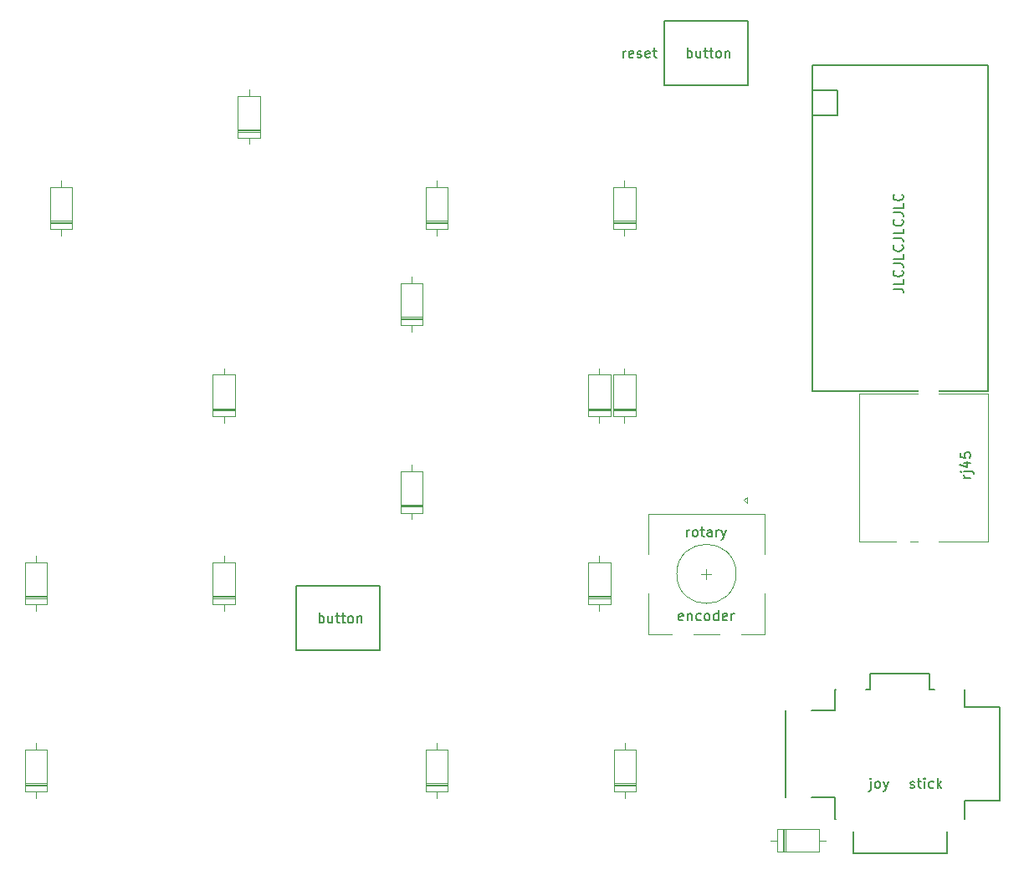
<source format=gto>
G04 #@! TF.GenerationSoftware,KiCad,Pcbnew,(6.0.8)*
G04 #@! TF.CreationDate,2023-05-18T22:35:39+10:00*
G04 #@! TF.ProjectId,shingleback,7368696e-676c-4656-9261-636b2e6b6963,rev?*
G04 #@! TF.SameCoordinates,Original*
G04 #@! TF.FileFunction,Legend,Top*
G04 #@! TF.FilePolarity,Positive*
%FSLAX46Y46*%
G04 Gerber Fmt 4.6, Leading zero omitted, Abs format (unit mm)*
G04 Created by KiCad (PCBNEW (6.0.8)) date 2023-05-18 22:35:39*
%MOMM*%
%LPD*%
G01*
G04 APERTURE LIST*
%ADD10C,0.150000*%
%ADD11C,0.120000*%
%ADD12C,0.127000*%
%ADD13R,1.752600X1.752600*%
%ADD14C,1.752600*%
%ADD15C,0.450000*%
%ADD16C,1.701800*%
%ADD17C,3.987800*%
%ADD18C,2.286000*%
%ADD19R,1.600000X1.600000*%
%ADD20O,1.600000X1.600000*%
%ADD21C,1.500000*%
%ADD22C,2.100000*%
%ADD23R,2.000000X2.000000*%
%ADD24C,2.000000*%
%ADD25R,2.000000X3.200000*%
%ADD26C,1.650000*%
%ADD27C,1.950000*%
%ADD28C,2.400000*%
%ADD29C,4.000000*%
%ADD30C,1.700000*%
%ADD31C,2.200000*%
G04 APERTURE END LIST*
D10*
X154750000Y-31750000D02*
X163250000Y-31750000D01*
X163250000Y-31750000D02*
X163250000Y-25250000D01*
X163250000Y-25250000D02*
X154750000Y-25250000D01*
X154750000Y-25250000D02*
X154750000Y-31750000D01*
X125999999Y-88997945D02*
X117499999Y-88997945D01*
X117499999Y-88997945D02*
X117499999Y-82497945D01*
X117499999Y-82497945D02*
X125999999Y-82497945D01*
X125999999Y-82497945D02*
X125999999Y-88997945D01*
X157107142Y-28952380D02*
X157107142Y-27952380D01*
X157107142Y-28333333D02*
X157202380Y-28285714D01*
X157392857Y-28285714D01*
X157488095Y-28333333D01*
X157535714Y-28380952D01*
X157583333Y-28476190D01*
X157583333Y-28761904D01*
X157535714Y-28857142D01*
X157488095Y-28904761D01*
X157392857Y-28952380D01*
X157202380Y-28952380D01*
X157107142Y-28904761D01*
X158440476Y-28285714D02*
X158440476Y-28952380D01*
X158011904Y-28285714D02*
X158011904Y-28809523D01*
X158059523Y-28904761D01*
X158154761Y-28952380D01*
X158297619Y-28952380D01*
X158392857Y-28904761D01*
X158440476Y-28857142D01*
X158773809Y-28285714D02*
X159154761Y-28285714D01*
X158916666Y-27952380D02*
X158916666Y-28809523D01*
X158964285Y-28904761D01*
X159059523Y-28952380D01*
X159154761Y-28952380D01*
X159345238Y-28285714D02*
X159726190Y-28285714D01*
X159488095Y-27952380D02*
X159488095Y-28809523D01*
X159535714Y-28904761D01*
X159630952Y-28952380D01*
X159726190Y-28952380D01*
X160202380Y-28952380D02*
X160107142Y-28904761D01*
X160059523Y-28857142D01*
X160011904Y-28761904D01*
X160011904Y-28476190D01*
X160059523Y-28380952D01*
X160107142Y-28333333D01*
X160202380Y-28285714D01*
X160345238Y-28285714D01*
X160440476Y-28333333D01*
X160488095Y-28380952D01*
X160535714Y-28476190D01*
X160535714Y-28761904D01*
X160488095Y-28857142D01*
X160440476Y-28904761D01*
X160345238Y-28952380D01*
X160202380Y-28952380D01*
X160964285Y-28285714D02*
X160964285Y-28952380D01*
X160964285Y-28380952D02*
X161011904Y-28333333D01*
X161107142Y-28285714D01*
X161250000Y-28285714D01*
X161345238Y-28333333D01*
X161392857Y-28428571D01*
X161392857Y-28952380D01*
X175666666Y-102285714D02*
X175666666Y-103142857D01*
X175619047Y-103238095D01*
X175523809Y-103285714D01*
X175476190Y-103285714D01*
X175666666Y-101952380D02*
X175619047Y-102000000D01*
X175666666Y-102047619D01*
X175714285Y-102000000D01*
X175666666Y-101952380D01*
X175666666Y-102047619D01*
X176285714Y-102952380D02*
X176190476Y-102904761D01*
X176142857Y-102857142D01*
X176095238Y-102761904D01*
X176095238Y-102476190D01*
X176142857Y-102380952D01*
X176190476Y-102333333D01*
X176285714Y-102285714D01*
X176428571Y-102285714D01*
X176523809Y-102333333D01*
X176571428Y-102380952D01*
X176619047Y-102476190D01*
X176619047Y-102761904D01*
X176571428Y-102857142D01*
X176523809Y-102904761D01*
X176428571Y-102952380D01*
X176285714Y-102952380D01*
X176952380Y-102285714D02*
X177190476Y-102952380D01*
X177428571Y-102285714D02*
X177190476Y-102952380D01*
X177095238Y-103190476D01*
X177047619Y-103238095D01*
X176952380Y-103285714D01*
X156666666Y-85904761D02*
X156571428Y-85952380D01*
X156380952Y-85952380D01*
X156285714Y-85904761D01*
X156238095Y-85809523D01*
X156238095Y-85428571D01*
X156285714Y-85333333D01*
X156380952Y-85285714D01*
X156571428Y-85285714D01*
X156666666Y-85333333D01*
X156714285Y-85428571D01*
X156714285Y-85523809D01*
X156238095Y-85619047D01*
X157142857Y-85285714D02*
X157142857Y-85952380D01*
X157142857Y-85380952D02*
X157190476Y-85333333D01*
X157285714Y-85285714D01*
X157428571Y-85285714D01*
X157523809Y-85333333D01*
X157571428Y-85428571D01*
X157571428Y-85952380D01*
X158476190Y-85904761D02*
X158380952Y-85952380D01*
X158190476Y-85952380D01*
X158095238Y-85904761D01*
X158047619Y-85857142D01*
X158000000Y-85761904D01*
X158000000Y-85476190D01*
X158047619Y-85380952D01*
X158095238Y-85333333D01*
X158190476Y-85285714D01*
X158380952Y-85285714D01*
X158476190Y-85333333D01*
X159047619Y-85952380D02*
X158952380Y-85904761D01*
X158904761Y-85857142D01*
X158857142Y-85761904D01*
X158857142Y-85476190D01*
X158904761Y-85380952D01*
X158952380Y-85333333D01*
X159047619Y-85285714D01*
X159190476Y-85285714D01*
X159285714Y-85333333D01*
X159333333Y-85380952D01*
X159380952Y-85476190D01*
X159380952Y-85761904D01*
X159333333Y-85857142D01*
X159285714Y-85904761D01*
X159190476Y-85952380D01*
X159047619Y-85952380D01*
X160238095Y-85952380D02*
X160238095Y-84952380D01*
X160238095Y-85904761D02*
X160142857Y-85952380D01*
X159952380Y-85952380D01*
X159857142Y-85904761D01*
X159809523Y-85857142D01*
X159761904Y-85761904D01*
X159761904Y-85476190D01*
X159809523Y-85380952D01*
X159857142Y-85333333D01*
X159952380Y-85285714D01*
X160142857Y-85285714D01*
X160238095Y-85333333D01*
X161095238Y-85904761D02*
X161000000Y-85952380D01*
X160809523Y-85952380D01*
X160714285Y-85904761D01*
X160666666Y-85809523D01*
X160666666Y-85428571D01*
X160714285Y-85333333D01*
X160809523Y-85285714D01*
X161000000Y-85285714D01*
X161095238Y-85333333D01*
X161142857Y-85428571D01*
X161142857Y-85523809D01*
X160666666Y-85619047D01*
X161571428Y-85952380D02*
X161571428Y-85285714D01*
X161571428Y-85476190D02*
X161619047Y-85380952D01*
X161666666Y-85333333D01*
X161761904Y-85285714D01*
X161857142Y-85285714D01*
X177952380Y-52369047D02*
X178666666Y-52369047D01*
X178809523Y-52416666D01*
X178904761Y-52511904D01*
X178952380Y-52654761D01*
X178952380Y-52750000D01*
X178952380Y-51416666D02*
X178952380Y-51892857D01*
X177952380Y-51892857D01*
X178857142Y-50511904D02*
X178904761Y-50559523D01*
X178952380Y-50702380D01*
X178952380Y-50797619D01*
X178904761Y-50940476D01*
X178809523Y-51035714D01*
X178714285Y-51083333D01*
X178523809Y-51130952D01*
X178380952Y-51130952D01*
X178190476Y-51083333D01*
X178095238Y-51035714D01*
X178000000Y-50940476D01*
X177952380Y-50797619D01*
X177952380Y-50702380D01*
X178000000Y-50559523D01*
X178047619Y-50511904D01*
X177952380Y-49797619D02*
X178666666Y-49797619D01*
X178809523Y-49845238D01*
X178904761Y-49940476D01*
X178952380Y-50083333D01*
X178952380Y-50178571D01*
X178952380Y-48845238D02*
X178952380Y-49321428D01*
X177952380Y-49321428D01*
X178857142Y-47940476D02*
X178904761Y-47988095D01*
X178952380Y-48130952D01*
X178952380Y-48226190D01*
X178904761Y-48369047D01*
X178809523Y-48464285D01*
X178714285Y-48511904D01*
X178523809Y-48559523D01*
X178380952Y-48559523D01*
X178190476Y-48511904D01*
X178095238Y-48464285D01*
X178000000Y-48369047D01*
X177952380Y-48226190D01*
X177952380Y-48130952D01*
X178000000Y-47988095D01*
X178047619Y-47940476D01*
X177952380Y-47226190D02*
X178666666Y-47226190D01*
X178809523Y-47273809D01*
X178904761Y-47369047D01*
X178952380Y-47511904D01*
X178952380Y-47607142D01*
X178952380Y-46273809D02*
X178952380Y-46750000D01*
X177952380Y-46750000D01*
X178857142Y-45369047D02*
X178904761Y-45416666D01*
X178952380Y-45559523D01*
X178952380Y-45654761D01*
X178904761Y-45797619D01*
X178809523Y-45892857D01*
X178714285Y-45940476D01*
X178523809Y-45988095D01*
X178380952Y-45988095D01*
X178190476Y-45940476D01*
X178095238Y-45892857D01*
X178000000Y-45797619D01*
X177952380Y-45654761D01*
X177952380Y-45559523D01*
X178000000Y-45416666D01*
X178047619Y-45369047D01*
X177952380Y-44654761D02*
X178666666Y-44654761D01*
X178809523Y-44702380D01*
X178904761Y-44797619D01*
X178952380Y-44940476D01*
X178952380Y-45035714D01*
X178952380Y-43702380D02*
X178952380Y-44178571D01*
X177952380Y-44178571D01*
X178857142Y-42797619D02*
X178904761Y-42845238D01*
X178952380Y-42988095D01*
X178952380Y-43083333D01*
X178904761Y-43226190D01*
X178809523Y-43321428D01*
X178714285Y-43369047D01*
X178523809Y-43416666D01*
X178380952Y-43416666D01*
X178190476Y-43369047D01*
X178095238Y-43321428D01*
X178000000Y-43226190D01*
X177952380Y-43083333D01*
X177952380Y-42988095D01*
X178000000Y-42845238D01*
X178047619Y-42797619D01*
X157047619Y-77452380D02*
X157047619Y-76785714D01*
X157047619Y-76976190D02*
X157095238Y-76880952D01*
X157142857Y-76833333D01*
X157238095Y-76785714D01*
X157333333Y-76785714D01*
X157809523Y-77452380D02*
X157714285Y-77404761D01*
X157666666Y-77357142D01*
X157619047Y-77261904D01*
X157619047Y-76976190D01*
X157666666Y-76880952D01*
X157714285Y-76833333D01*
X157809523Y-76785714D01*
X157952380Y-76785714D01*
X158047619Y-76833333D01*
X158095238Y-76880952D01*
X158142857Y-76976190D01*
X158142857Y-77261904D01*
X158095238Y-77357142D01*
X158047619Y-77404761D01*
X157952380Y-77452380D01*
X157809523Y-77452380D01*
X158428571Y-76785714D02*
X158809523Y-76785714D01*
X158571428Y-76452380D02*
X158571428Y-77309523D01*
X158619047Y-77404761D01*
X158714285Y-77452380D01*
X158809523Y-77452380D01*
X159571428Y-77452380D02*
X159571428Y-76928571D01*
X159523809Y-76833333D01*
X159428571Y-76785714D01*
X159238095Y-76785714D01*
X159142857Y-76833333D01*
X159571428Y-77404761D02*
X159476190Y-77452380D01*
X159238095Y-77452380D01*
X159142857Y-77404761D01*
X159095238Y-77309523D01*
X159095238Y-77214285D01*
X159142857Y-77119047D01*
X159238095Y-77071428D01*
X159476190Y-77071428D01*
X159571428Y-77023809D01*
X160047619Y-77452380D02*
X160047619Y-76785714D01*
X160047619Y-76976190D02*
X160095238Y-76880952D01*
X160142857Y-76833333D01*
X160238095Y-76785714D01*
X160333333Y-76785714D01*
X160571428Y-76785714D02*
X160809523Y-77452380D01*
X161047619Y-76785714D02*
X160809523Y-77452380D01*
X160714285Y-77690476D01*
X160666666Y-77738095D01*
X160571428Y-77785714D01*
X119857142Y-86202380D02*
X119857142Y-85202380D01*
X119857142Y-85583333D02*
X119952380Y-85535714D01*
X120142857Y-85535714D01*
X120238095Y-85583333D01*
X120285714Y-85630952D01*
X120333333Y-85726190D01*
X120333333Y-86011904D01*
X120285714Y-86107142D01*
X120238095Y-86154761D01*
X120142857Y-86202380D01*
X119952380Y-86202380D01*
X119857142Y-86154761D01*
X121190476Y-85535714D02*
X121190476Y-86202380D01*
X120761904Y-85535714D02*
X120761904Y-86059523D01*
X120809523Y-86154761D01*
X120904761Y-86202380D01*
X121047619Y-86202380D01*
X121142857Y-86154761D01*
X121190476Y-86107142D01*
X121523809Y-85535714D02*
X121904761Y-85535714D01*
X121666666Y-85202380D02*
X121666666Y-86059523D01*
X121714285Y-86154761D01*
X121809523Y-86202380D01*
X121904761Y-86202380D01*
X122095238Y-85535714D02*
X122476190Y-85535714D01*
X122238095Y-85202380D02*
X122238095Y-86059523D01*
X122285714Y-86154761D01*
X122380952Y-86202380D01*
X122476190Y-86202380D01*
X122952380Y-86202380D02*
X122857142Y-86154761D01*
X122809523Y-86107142D01*
X122761904Y-86011904D01*
X122761904Y-85726190D01*
X122809523Y-85630952D01*
X122857142Y-85583333D01*
X122952380Y-85535714D01*
X123095238Y-85535714D01*
X123190476Y-85583333D01*
X123238095Y-85630952D01*
X123285714Y-85726190D01*
X123285714Y-86011904D01*
X123238095Y-86107142D01*
X123190476Y-86154761D01*
X123095238Y-86202380D01*
X122952380Y-86202380D01*
X123714285Y-85535714D02*
X123714285Y-86202380D01*
X123714285Y-85630952D02*
X123761904Y-85583333D01*
X123857142Y-85535714D01*
X123999999Y-85535714D01*
X124095238Y-85583333D01*
X124142857Y-85678571D01*
X124142857Y-86202380D01*
X179678571Y-102904761D02*
X179773809Y-102952380D01*
X179964285Y-102952380D01*
X180059523Y-102904761D01*
X180107142Y-102809523D01*
X180107142Y-102761904D01*
X180059523Y-102666666D01*
X179964285Y-102619047D01*
X179821428Y-102619047D01*
X179726190Y-102571428D01*
X179678571Y-102476190D01*
X179678571Y-102428571D01*
X179726190Y-102333333D01*
X179821428Y-102285714D01*
X179964285Y-102285714D01*
X180059523Y-102333333D01*
X180392857Y-102285714D02*
X180773809Y-102285714D01*
X180535714Y-101952380D02*
X180535714Y-102809523D01*
X180583333Y-102904761D01*
X180678571Y-102952380D01*
X180773809Y-102952380D01*
X181107142Y-102952380D02*
X181107142Y-102285714D01*
X181107142Y-101952380D02*
X181059523Y-102000000D01*
X181107142Y-102047619D01*
X181154761Y-102000000D01*
X181107142Y-101952380D01*
X181107142Y-102047619D01*
X182011904Y-102904761D02*
X181916666Y-102952380D01*
X181726190Y-102952380D01*
X181630952Y-102904761D01*
X181583333Y-102857142D01*
X181535714Y-102761904D01*
X181535714Y-102476190D01*
X181583333Y-102380952D01*
X181630952Y-102333333D01*
X181726190Y-102285714D01*
X181916666Y-102285714D01*
X182011904Y-102333333D01*
X182440476Y-102952380D02*
X182440476Y-101952380D01*
X182535714Y-102571428D02*
X182821428Y-102952380D01*
X182821428Y-102285714D02*
X182440476Y-102666666D01*
X185752380Y-71511904D02*
X185085714Y-71511904D01*
X185276190Y-71511904D02*
X185180952Y-71464285D01*
X185133333Y-71416666D01*
X185085714Y-71321428D01*
X185085714Y-71226190D01*
X185085714Y-70892857D02*
X185942857Y-70892857D01*
X186038095Y-70940476D01*
X186085714Y-71035714D01*
X186085714Y-71083333D01*
X184752380Y-70892857D02*
X184800000Y-70940476D01*
X184847619Y-70892857D01*
X184800000Y-70845238D01*
X184752380Y-70892857D01*
X184847619Y-70892857D01*
X185085714Y-69988095D02*
X185752380Y-69988095D01*
X184704761Y-70226190D02*
X185419047Y-70464285D01*
X185419047Y-69845238D01*
X184752380Y-68988095D02*
X184752380Y-69464285D01*
X185228571Y-69511904D01*
X185180952Y-69464285D01*
X185133333Y-69369047D01*
X185133333Y-69130952D01*
X185180952Y-69035714D01*
X185228571Y-68988095D01*
X185323809Y-68940476D01*
X185561904Y-68940476D01*
X185657142Y-68988095D01*
X185704761Y-69035714D01*
X185752380Y-69130952D01*
X185752380Y-69369047D01*
X185704761Y-69464285D01*
X185657142Y-69511904D01*
X150630952Y-28952380D02*
X150630952Y-28285714D01*
X150630952Y-28476190D02*
X150678571Y-28380952D01*
X150726190Y-28333333D01*
X150821428Y-28285714D01*
X150916666Y-28285714D01*
X151630952Y-28904761D02*
X151535714Y-28952380D01*
X151345238Y-28952380D01*
X151250000Y-28904761D01*
X151202380Y-28809523D01*
X151202380Y-28428571D01*
X151250000Y-28333333D01*
X151345238Y-28285714D01*
X151535714Y-28285714D01*
X151630952Y-28333333D01*
X151678571Y-28428571D01*
X151678571Y-28523809D01*
X151202380Y-28619047D01*
X152059523Y-28904761D02*
X152154761Y-28952380D01*
X152345238Y-28952380D01*
X152440476Y-28904761D01*
X152488095Y-28809523D01*
X152488095Y-28761904D01*
X152440476Y-28666666D01*
X152345238Y-28619047D01*
X152202380Y-28619047D01*
X152107142Y-28571428D01*
X152059523Y-28476190D01*
X152059523Y-28428571D01*
X152107142Y-28333333D01*
X152202380Y-28285714D01*
X152345238Y-28285714D01*
X152440476Y-28333333D01*
X153297619Y-28904761D02*
X153202380Y-28952380D01*
X153011904Y-28952380D01*
X152916666Y-28904761D01*
X152869047Y-28809523D01*
X152869047Y-28428571D01*
X152916666Y-28333333D01*
X153011904Y-28285714D01*
X153202380Y-28285714D01*
X153297619Y-28333333D01*
X153345238Y-28428571D01*
X153345238Y-28523809D01*
X152869047Y-28619047D01*
X153630952Y-28285714D02*
X154011904Y-28285714D01*
X153773809Y-27952380D02*
X153773809Y-28809523D01*
X153821428Y-28904761D01*
X153916666Y-28952380D01*
X154011904Y-28952380D01*
X172270000Y-32290000D02*
X169730000Y-32290000D01*
X169730000Y-62770000D02*
X187510000Y-62770000D01*
X172270000Y-32290000D02*
X172270000Y-34830000D01*
X172270000Y-34830000D02*
X169730000Y-34830000D01*
X187510000Y-62770000D02*
X187510000Y-29750000D01*
X169730000Y-29750000D02*
X169730000Y-62770000D01*
X187510000Y-29750000D02*
X169730000Y-29750000D01*
D11*
X132870000Y-103310000D02*
X132870000Y-99070000D01*
X130630000Y-102710000D02*
X132870000Y-102710000D01*
X131750000Y-98420000D02*
X131750000Y-99070000D01*
X131750000Y-103960000D02*
X131750000Y-103310000D01*
X130630000Y-102470000D02*
X132870000Y-102470000D01*
X130630000Y-102590000D02*
X132870000Y-102590000D01*
X130630000Y-99070000D02*
X130630000Y-103310000D01*
X130630000Y-103310000D02*
X132870000Y-103310000D01*
X132870000Y-99070000D02*
X130630000Y-99070000D01*
X149630000Y-46310000D02*
X151870000Y-46310000D01*
X149630000Y-42070000D02*
X149630000Y-46310000D01*
X151870000Y-46310000D02*
X151870000Y-42070000D01*
X149630000Y-45590000D02*
X151870000Y-45590000D01*
X149630000Y-45710000D02*
X151870000Y-45710000D01*
X149630000Y-45470000D02*
X151870000Y-45470000D01*
X150750000Y-41420000D02*
X150750000Y-42070000D01*
X151870000Y-42070000D02*
X149630000Y-42070000D01*
X150750000Y-46960000D02*
X150750000Y-46310000D01*
X110200000Y-60420000D02*
X110200000Y-61070000D01*
X110200000Y-65960000D02*
X110200000Y-65310000D01*
X109080000Y-64590000D02*
X111320000Y-64590000D01*
X111320000Y-61070000D02*
X109080000Y-61070000D01*
X109080000Y-65310000D02*
X111320000Y-65310000D01*
X109080000Y-61070000D02*
X109080000Y-65310000D01*
X111320000Y-65310000D02*
X111320000Y-61070000D01*
X109080000Y-64710000D02*
X111320000Y-64710000D01*
X109080000Y-64470000D02*
X111320000Y-64470000D01*
X130320000Y-70820000D02*
X128080000Y-70820000D01*
X128080000Y-74340000D02*
X130320000Y-74340000D01*
X128080000Y-75060000D02*
X130320000Y-75060000D01*
X128080000Y-70820000D02*
X128080000Y-75060000D01*
X128080000Y-74460000D02*
X130320000Y-74460000D01*
X129200000Y-70170000D02*
X129200000Y-70820000D01*
X129200000Y-75710000D02*
X129200000Y-75060000D01*
X130320000Y-75060000D02*
X130320000Y-70820000D01*
X128080000Y-74220000D02*
X130320000Y-74220000D01*
X187500000Y-78000000D02*
X187500000Y-63000000D01*
X174500000Y-78000000D02*
X187500000Y-78000000D01*
X187500000Y-63000000D02*
X174500000Y-63000000D01*
X174500000Y-63000000D02*
X174500000Y-78000000D01*
X90080000Y-80070000D02*
X90080000Y-84310000D01*
X92320000Y-80070000D02*
X90080000Y-80070000D01*
X91200000Y-79420000D02*
X91200000Y-80070000D01*
X92320000Y-84310000D02*
X92320000Y-80070000D01*
X90080000Y-84310000D02*
X92320000Y-84310000D01*
X91200000Y-84960000D02*
X91200000Y-84310000D01*
X90080000Y-83710000D02*
X92320000Y-83710000D01*
X90080000Y-83590000D02*
X92320000Y-83590000D01*
X90080000Y-83470000D02*
X92320000Y-83470000D01*
X90080000Y-99070000D02*
X90080000Y-103310000D01*
X92320000Y-103310000D02*
X92320000Y-99070000D01*
X90080000Y-102470000D02*
X92320000Y-102470000D01*
X92320000Y-99070000D02*
X90080000Y-99070000D01*
X91200000Y-103960000D02*
X91200000Y-103310000D01*
X91200000Y-98420000D02*
X91200000Y-99070000D01*
X90080000Y-103310000D02*
X92320000Y-103310000D01*
X90080000Y-102710000D02*
X92320000Y-102710000D01*
X90080000Y-102590000D02*
X92320000Y-102590000D01*
X113870000Y-32820000D02*
X111630000Y-32820000D01*
X112750000Y-32170000D02*
X112750000Y-32820000D01*
X111630000Y-32820000D02*
X111630000Y-37060000D01*
X111630000Y-36340000D02*
X113870000Y-36340000D01*
X111630000Y-37060000D02*
X113870000Y-37060000D01*
X113870000Y-37060000D02*
X113870000Y-32820000D01*
X111630000Y-36220000D02*
X113870000Y-36220000D01*
X111630000Y-36460000D02*
X113870000Y-36460000D01*
X112750000Y-37710000D02*
X112750000Y-37060000D01*
X110200000Y-84960000D02*
X110200000Y-84310000D01*
X111320000Y-80070000D02*
X109080000Y-80070000D01*
X110200000Y-79420000D02*
X110200000Y-80070000D01*
X109080000Y-83470000D02*
X111320000Y-83470000D01*
X109080000Y-83590000D02*
X111320000Y-83590000D01*
X109080000Y-80070000D02*
X109080000Y-84310000D01*
X111320000Y-84310000D02*
X111320000Y-80070000D01*
X109080000Y-83710000D02*
X111320000Y-83710000D01*
X109080000Y-84310000D02*
X111320000Y-84310000D01*
X147080000Y-80070000D02*
X147080000Y-84310000D01*
X148200000Y-84960000D02*
X148200000Y-84310000D01*
X149320000Y-80070000D02*
X147080000Y-80070000D01*
X147080000Y-84310000D02*
X149320000Y-84310000D01*
X147080000Y-83710000D02*
X149320000Y-83710000D01*
X147080000Y-83590000D02*
X149320000Y-83590000D01*
X148200000Y-79420000D02*
X148200000Y-80070000D01*
X149320000Y-84310000D02*
X149320000Y-80070000D01*
X147080000Y-83470000D02*
X149320000Y-83470000D01*
X163140000Y-74050000D02*
X162840000Y-73750000D01*
X164940000Y-79250000D02*
X164940000Y-75150000D01*
X153140000Y-87350000D02*
X153140000Y-83250000D01*
X164940000Y-87350000D02*
X162540000Y-87350000D01*
X164940000Y-83250000D02*
X164940000Y-87350000D01*
X163140000Y-73450000D02*
X163140000Y-74050000D01*
X162840000Y-73750000D02*
X163140000Y-73450000D01*
X155540000Y-87350000D02*
X153140000Y-87350000D01*
X153140000Y-79250000D02*
X153140000Y-75150000D01*
X164940000Y-75150000D02*
X153140000Y-75150000D01*
X159040000Y-80750000D02*
X159040000Y-81750000D01*
X159540000Y-81250000D02*
X158540000Y-81250000D01*
X160340000Y-87350000D02*
X157740000Y-87350000D01*
X162040000Y-81250000D02*
G75*
G03*
X162040000Y-81250000I-3000000J0D01*
G01*
X151870000Y-65310000D02*
X151870000Y-61070000D01*
X149630000Y-64590000D02*
X151870000Y-64590000D01*
X150750000Y-65960000D02*
X150750000Y-65310000D01*
X149630000Y-61070000D02*
X149630000Y-65310000D01*
X149630000Y-65310000D02*
X151870000Y-65310000D01*
X151870000Y-61070000D02*
X149630000Y-61070000D01*
X149630000Y-64710000D02*
X151870000Y-64710000D01*
X149630000Y-64470000D02*
X151870000Y-64470000D01*
X150750000Y-60420000D02*
X150750000Y-61070000D01*
X92630000Y-42070000D02*
X92630000Y-46310000D01*
X92630000Y-45470000D02*
X94870000Y-45470000D01*
X94870000Y-42070000D02*
X92630000Y-42070000D01*
X93750000Y-46960000D02*
X93750000Y-46310000D01*
X92630000Y-45710000D02*
X94870000Y-45710000D01*
X92630000Y-45590000D02*
X94870000Y-45590000D01*
X93750000Y-41420000D02*
X93750000Y-42070000D01*
X92630000Y-46310000D02*
X94870000Y-46310000D01*
X94870000Y-46310000D02*
X94870000Y-42070000D01*
X170430000Y-109370000D02*
X170430000Y-107130000D01*
X171080000Y-108250000D02*
X170430000Y-108250000D01*
X170430000Y-107130000D02*
X166190000Y-107130000D01*
X167030000Y-107130000D02*
X167030000Y-109370000D01*
X166790000Y-107130000D02*
X166790000Y-109370000D01*
X165540000Y-108250000D02*
X166190000Y-108250000D01*
X166190000Y-109370000D02*
X170430000Y-109370000D01*
X166910000Y-107130000D02*
X166910000Y-109370000D01*
X166190000Y-107130000D02*
X166190000Y-109370000D01*
X149680000Y-102579717D02*
X151920000Y-102579717D01*
X149680000Y-99059717D02*
X149680000Y-103299717D01*
X149680000Y-102699717D02*
X151920000Y-102699717D01*
X149680000Y-103299717D02*
X151920000Y-103299717D01*
X151920000Y-103299717D02*
X151920000Y-99059717D01*
X150800000Y-103949717D02*
X150800000Y-103299717D01*
X151920000Y-99059717D02*
X149680000Y-99059717D01*
X150800000Y-98409717D02*
X150800000Y-99059717D01*
X149680000Y-102459717D02*
X151920000Y-102459717D01*
X129200000Y-51170000D02*
X129200000Y-51820000D01*
X128080000Y-51820000D02*
X128080000Y-56060000D01*
X128080000Y-55220000D02*
X130320000Y-55220000D01*
X128080000Y-56060000D02*
X130320000Y-56060000D01*
X130320000Y-56060000D02*
X130320000Y-51820000D01*
X128080000Y-55340000D02*
X130320000Y-55340000D01*
X129200000Y-56710000D02*
X129200000Y-56060000D01*
X128080000Y-55460000D02*
X130320000Y-55460000D01*
X130320000Y-51820000D02*
X128080000Y-51820000D01*
D12*
X167023410Y-95100000D02*
X167078410Y-95100000D01*
X172048410Y-95100000D02*
X172048410Y-92925000D01*
X185198410Y-94780000D02*
X188703410Y-94780000D01*
X185198410Y-106075000D02*
X185143410Y-106075000D01*
X172048410Y-106075000D02*
X172103410Y-106075000D01*
X185198410Y-92925000D02*
X185198410Y-94780000D01*
X181623410Y-91390000D02*
X181623410Y-92925000D01*
X167023410Y-103900000D02*
X167023410Y-95100000D01*
X188703410Y-94780000D02*
X188703410Y-104230000D01*
X181623410Y-92925000D02*
X182103410Y-92925000D01*
X169668410Y-95100000D02*
X172048410Y-95100000D01*
X183353410Y-107345000D02*
X183353410Y-109580000D01*
X183353410Y-109580000D02*
X173893410Y-109580000D01*
X185198410Y-104230000D02*
X185198410Y-106075000D01*
X172048410Y-92925000D02*
X172103410Y-92925000D01*
X175623410Y-92925000D02*
X175623410Y-91390000D01*
X173893410Y-109580000D02*
X173893410Y-107345000D01*
X172048410Y-103900000D02*
X169668410Y-103900000D01*
X175623410Y-91390000D02*
X181623410Y-91390000D01*
X167023410Y-103900000D02*
X167078410Y-103900000D01*
X188703410Y-104230000D02*
X185198410Y-104230000D01*
X185143410Y-92925000D02*
X185198410Y-92925000D01*
X175143410Y-92925000D02*
X175623410Y-92925000D01*
X172048410Y-106075000D02*
X172048410Y-103900000D01*
D11*
X132870000Y-46310000D02*
X132870000Y-42070000D01*
X130630000Y-45590000D02*
X132870000Y-45590000D01*
X130630000Y-45470000D02*
X132870000Y-45470000D01*
X130630000Y-45710000D02*
X132870000Y-45710000D01*
X130630000Y-42070000D02*
X130630000Y-46310000D01*
X131750000Y-46960000D02*
X131750000Y-46310000D01*
X132870000Y-42070000D02*
X130630000Y-42070000D01*
X130630000Y-46310000D02*
X132870000Y-46310000D01*
X131750000Y-41420000D02*
X131750000Y-42070000D01*
X149320000Y-65310000D02*
X149320000Y-61070000D01*
X147080000Y-65310000D02*
X149320000Y-65310000D01*
X147080000Y-64590000D02*
X149320000Y-64590000D01*
X148200000Y-60420000D02*
X148200000Y-61070000D01*
X147080000Y-64470000D02*
X149320000Y-64470000D01*
X147080000Y-61070000D02*
X147080000Y-65310000D01*
X147080000Y-64710000D02*
X149320000Y-64710000D01*
X149320000Y-61070000D02*
X147080000Y-61070000D01*
X148200000Y-65960000D02*
X148200000Y-65310000D01*
D13*
X171000000Y-33560000D03*
D14*
X171000000Y-36100000D03*
X171000000Y-38640000D03*
X171000000Y-41180000D03*
X171000000Y-43720000D03*
X171000000Y-46260000D03*
X171000000Y-48800000D03*
X171000000Y-51340000D03*
X171000000Y-53880000D03*
X171000000Y-56420000D03*
X171000000Y-58960000D03*
X171000000Y-61500000D03*
X186240000Y-33560000D03*
X186240000Y-36100000D03*
X186240000Y-38640000D03*
X186240000Y-41180000D03*
X186240000Y-43720000D03*
X186240000Y-46260000D03*
X186240000Y-48800000D03*
X186240000Y-51340000D03*
X186240000Y-53880000D03*
X186240000Y-56420000D03*
X186240000Y-58960000D03*
X186240000Y-61500000D03*
%LPC*%
D10*
X151321428Y-109202380D02*
X151321428Y-108202380D01*
X151321428Y-108583333D02*
X151416666Y-108535714D01*
X151607142Y-108535714D01*
X151702380Y-108583333D01*
X151750000Y-108630952D01*
X151797619Y-108726190D01*
X151797619Y-109011904D01*
X151750000Y-109107142D01*
X151702380Y-109154761D01*
X151607142Y-109202380D01*
X151416666Y-109202380D01*
X151321428Y-109154761D01*
X152130952Y-108535714D02*
X152369047Y-109202380D01*
X152607142Y-108535714D02*
X152369047Y-109202380D01*
X152273809Y-109440476D01*
X152226190Y-109488095D01*
X152130952Y-109535714D01*
X154178571Y-108535714D02*
X154178571Y-109345238D01*
X154130952Y-109440476D01*
X154083333Y-109488095D01*
X153988095Y-109535714D01*
X153845238Y-109535714D01*
X153750000Y-109488095D01*
X154178571Y-109154761D02*
X154083333Y-109202380D01*
X153892857Y-109202380D01*
X153797619Y-109154761D01*
X153750000Y-109107142D01*
X153702380Y-109011904D01*
X153702380Y-108726190D01*
X153750000Y-108630952D01*
X153797619Y-108583333D01*
X153892857Y-108535714D01*
X154083333Y-108535714D01*
X154178571Y-108583333D01*
X154654761Y-108535714D02*
X154654761Y-109202380D01*
X154654761Y-108630952D02*
X154702380Y-108583333D01*
X154797619Y-108535714D01*
X154940476Y-108535714D01*
X155035714Y-108583333D01*
X155083333Y-108678571D01*
X155083333Y-109202380D01*
X155988095Y-109202380D02*
X155988095Y-108678571D01*
X155940476Y-108583333D01*
X155845238Y-108535714D01*
X155654761Y-108535714D01*
X155559523Y-108583333D01*
X155988095Y-109154761D02*
X155892857Y-109202380D01*
X155654761Y-109202380D01*
X155559523Y-109154761D01*
X155511904Y-109059523D01*
X155511904Y-108964285D01*
X155559523Y-108869047D01*
X155654761Y-108821428D01*
X155892857Y-108821428D01*
X155988095Y-108773809D01*
X156369047Y-108535714D02*
X156559523Y-109202380D01*
X156750000Y-108726190D01*
X156940476Y-109202380D01*
X157130952Y-108535714D01*
X157511904Y-109202380D02*
X157511904Y-108535714D01*
X157511904Y-108630952D02*
X157559523Y-108583333D01*
X157654761Y-108535714D01*
X157797619Y-108535714D01*
X157892857Y-108583333D01*
X157940476Y-108678571D01*
X157940476Y-109202380D01*
X157940476Y-108678571D02*
X157988095Y-108583333D01*
X158083333Y-108535714D01*
X158226190Y-108535714D01*
X158321428Y-108583333D01*
X158369047Y-108678571D01*
X158369047Y-109202380D01*
X159273809Y-109202380D02*
X159273809Y-108678571D01*
X159226190Y-108583333D01*
X159130952Y-108535714D01*
X158940476Y-108535714D01*
X158845238Y-108583333D01*
X159273809Y-109154761D02*
X159178571Y-109202380D01*
X158940476Y-109202380D01*
X158845238Y-109154761D01*
X158797619Y-109059523D01*
X158797619Y-108964285D01*
X158845238Y-108869047D01*
X158940476Y-108821428D01*
X159178571Y-108821428D01*
X159273809Y-108773809D01*
X159750000Y-108535714D02*
X159750000Y-109202380D01*
X159750000Y-108630952D02*
X159797619Y-108583333D01*
X159892857Y-108535714D01*
X160035714Y-108535714D01*
X160130952Y-108583333D01*
X160178571Y-108678571D01*
X160178571Y-109202380D01*
D15*
X98707500Y-100299285D02*
X98993214Y-100442142D01*
X99564642Y-100442142D01*
X99850357Y-100299285D01*
X99993214Y-100013571D01*
X99993214Y-99870714D01*
X99850357Y-99585000D01*
X99564642Y-99442142D01*
X99136071Y-99442142D01*
X98850357Y-99299285D01*
X98707500Y-99013571D01*
X98707500Y-98870714D01*
X98850357Y-98585000D01*
X99136071Y-98442142D01*
X99564642Y-98442142D01*
X99850357Y-98585000D01*
X101278928Y-100442142D02*
X101278928Y-97442142D01*
X102564642Y-100442142D02*
X102564642Y-98870714D01*
X102421785Y-98585000D01*
X102136071Y-98442142D01*
X101707500Y-98442142D01*
X101421785Y-98585000D01*
X101278928Y-98727857D01*
X103993214Y-100442142D02*
X103993214Y-98442142D01*
X103993214Y-97442142D02*
X103850357Y-97585000D01*
X103993214Y-97727857D01*
X104136071Y-97585000D01*
X103993214Y-97442142D01*
X103993214Y-97727857D01*
X105421785Y-98442142D02*
X105421785Y-100442142D01*
X105421785Y-98727857D02*
X105564642Y-98585000D01*
X105850357Y-98442142D01*
X106278928Y-98442142D01*
X106564642Y-98585000D01*
X106707500Y-98870714D01*
X106707500Y-100442142D01*
X109421785Y-98442142D02*
X109421785Y-100870714D01*
X109278928Y-101156428D01*
X109136071Y-101299285D01*
X108850357Y-101442142D01*
X108421785Y-101442142D01*
X108136071Y-101299285D01*
X109421785Y-100299285D02*
X109136071Y-100442142D01*
X108564642Y-100442142D01*
X108278928Y-100299285D01*
X108136071Y-100156428D01*
X107993214Y-99870714D01*
X107993214Y-99013571D01*
X108136071Y-98727857D01*
X108278928Y-98585000D01*
X108564642Y-98442142D01*
X109136071Y-98442142D01*
X109421785Y-98585000D01*
X111278928Y-100442142D02*
X110993214Y-100299285D01*
X110850357Y-100013571D01*
X110850357Y-97442142D01*
X113564642Y-100299285D02*
X113278928Y-100442142D01*
X112707500Y-100442142D01*
X112421785Y-100299285D01*
X112278928Y-100013571D01*
X112278928Y-98870714D01*
X112421785Y-98585000D01*
X112707500Y-98442142D01*
X113278928Y-98442142D01*
X113564642Y-98585000D01*
X113707500Y-98870714D01*
X113707500Y-99156428D01*
X112278928Y-99442142D01*
X114993214Y-100442142D02*
X114993214Y-97442142D01*
X114993214Y-98585000D02*
X115278928Y-98442142D01*
X115850357Y-98442142D01*
X116136071Y-98585000D01*
X116278928Y-98727857D01*
X116421785Y-99013571D01*
X116421785Y-99870714D01*
X116278928Y-100156428D01*
X116136071Y-100299285D01*
X115850357Y-100442142D01*
X115278928Y-100442142D01*
X114993214Y-100299285D01*
X118993214Y-100442142D02*
X118993214Y-98870714D01*
X118850357Y-98585000D01*
X118564642Y-98442142D01*
X117993214Y-98442142D01*
X117707500Y-98585000D01*
X118993214Y-100299285D02*
X118707500Y-100442142D01*
X117993214Y-100442142D01*
X117707500Y-100299285D01*
X117564642Y-100013571D01*
X117564642Y-99727857D01*
X117707500Y-99442142D01*
X117993214Y-99299285D01*
X118707500Y-99299285D01*
X118993214Y-99156428D01*
X121707500Y-100299285D02*
X121421785Y-100442142D01*
X120850357Y-100442142D01*
X120564642Y-100299285D01*
X120421785Y-100156428D01*
X120278928Y-99870714D01*
X120278928Y-99013571D01*
X120421785Y-98727857D01*
X120564642Y-98585000D01*
X120850357Y-98442142D01*
X121421785Y-98442142D01*
X121707500Y-98585000D01*
X122993214Y-100442142D02*
X122993214Y-97442142D01*
X123278928Y-99299285D02*
X124136071Y-100442142D01*
X124136071Y-98442142D02*
X122993214Y-99585000D01*
X115850357Y-105272142D02*
X115850357Y-103272142D01*
X115850357Y-103843571D02*
X115993214Y-103557857D01*
X116136071Y-103415000D01*
X116421785Y-103272142D01*
X116707500Y-103272142D01*
X118850357Y-105129285D02*
X118564642Y-105272142D01*
X117993214Y-105272142D01*
X117707500Y-105129285D01*
X117564642Y-104843571D01*
X117564642Y-103700714D01*
X117707500Y-103415000D01*
X117993214Y-103272142D01*
X118564642Y-103272142D01*
X118850357Y-103415000D01*
X118993214Y-103700714D01*
X118993214Y-103986428D01*
X117564642Y-104272142D01*
X119993214Y-103272142D02*
X120707500Y-105272142D01*
X121421785Y-103272142D01*
X124136071Y-105272142D02*
X122421785Y-105272142D01*
X123278928Y-105272142D02*
X123278928Y-102272142D01*
X122993214Y-102700714D01*
X122707500Y-102986428D01*
X122421785Y-103129285D01*
D16*
X164120000Y-62080000D03*
X153960000Y-62080000D03*
D17*
X159040000Y-62080000D03*
D18*
X156500000Y-57000000D03*
X161580000Y-57000000D03*
X162850000Y-59540000D03*
X155230000Y-59540000D03*
D16*
X126120000Y-33830000D03*
X115960000Y-33830000D03*
D17*
X121040000Y-33830000D03*
D18*
X118500000Y-28750000D03*
X123580000Y-28750000D03*
X117230000Y-31290000D03*
X124850000Y-31290000D03*
D16*
X96960000Y-43080000D03*
D17*
X102040000Y-43080000D03*
D16*
X107120000Y-43080000D03*
D18*
X104580000Y-38000000D03*
X99500000Y-38000000D03*
X98230000Y-40540000D03*
X105850000Y-40540000D03*
D13*
X171000000Y-33560000D03*
D14*
X171000000Y-36100000D03*
X171000000Y-38640000D03*
X171000000Y-41180000D03*
X171000000Y-43720000D03*
X171000000Y-46260000D03*
X171000000Y-48800000D03*
X171000000Y-51340000D03*
X171000000Y-53880000D03*
X171000000Y-56420000D03*
X171000000Y-58960000D03*
X171000000Y-61500000D03*
X186240000Y-33560000D03*
X186240000Y-36100000D03*
X186240000Y-38640000D03*
X186240000Y-41180000D03*
X186240000Y-43720000D03*
X186240000Y-46260000D03*
X186240000Y-48800000D03*
X186240000Y-51340000D03*
X186240000Y-53880000D03*
X186240000Y-56420000D03*
X186240000Y-58960000D03*
X186240000Y-61500000D03*
D19*
X131750000Y-105000000D03*
D20*
X131750000Y-97380000D03*
D17*
X140040000Y-43080000D03*
D16*
X134960000Y-43080000D03*
X145120000Y-43080000D03*
D18*
X137500000Y-38000000D03*
X142580000Y-38000000D03*
X143850000Y-40540000D03*
X136230000Y-40540000D03*
D20*
X125000000Y-83500000D03*
D16*
X164170000Y-100069717D03*
D17*
X159090000Y-100069717D03*
D16*
X154010000Y-100069717D03*
D18*
X161630000Y-94989717D03*
X156550000Y-94989717D03*
X162900000Y-97529717D03*
X155280000Y-97529717D03*
D19*
X150750000Y-48000000D03*
D20*
X150750000Y-40380000D03*
X162249999Y-30723758D03*
X118500000Y-88000000D03*
X124999999Y-87997945D03*
D19*
X110200000Y-67000000D03*
D20*
X110200000Y-59380000D03*
D17*
X83040000Y-81080000D03*
D16*
X77960000Y-81080000D03*
X88120000Y-81080000D03*
D18*
X80500000Y-76000000D03*
X85580000Y-76000000D03*
X86850000Y-78540000D03*
X79230000Y-78540000D03*
D16*
X107120000Y-62080000D03*
X96960000Y-62080000D03*
D17*
X102040000Y-62080000D03*
D18*
X99500000Y-57000000D03*
X104580000Y-57000000D03*
X105850000Y-59540000D03*
X98230000Y-59540000D03*
D16*
X153960000Y-43080000D03*
D17*
X159040000Y-43080000D03*
D16*
X164120000Y-43080000D03*
D18*
X156500000Y-38000000D03*
X161580000Y-38000000D03*
X162850000Y-40540000D03*
X155230000Y-40540000D03*
D16*
X77960000Y-100080000D03*
D17*
X83040000Y-100080000D03*
D16*
X88120000Y-100080000D03*
D18*
X80500000Y-95000000D03*
X85580000Y-95000000D03*
X86850000Y-97540000D03*
X79230000Y-97540000D03*
D19*
X129200000Y-76750000D03*
D20*
X129200000Y-69130000D03*
D21*
X176500000Y-69000000D03*
X179000000Y-72000000D03*
X179000000Y-70000000D03*
X176500000Y-71000000D03*
X179000000Y-74000000D03*
X176500000Y-73000000D03*
D22*
X181500000Y-63000000D03*
X181500000Y-78000000D03*
D21*
X176500000Y-67000000D03*
X179000000Y-68000000D03*
D20*
X155750000Y-30725813D03*
D19*
X91200000Y-86000000D03*
D20*
X91200000Y-78380000D03*
D19*
X91200000Y-105000000D03*
D20*
X91200000Y-97380000D03*
D19*
X112750000Y-38750000D03*
D20*
X112750000Y-31130000D03*
D16*
X134960000Y-62080000D03*
D17*
X140040000Y-62080000D03*
D16*
X145120000Y-62080000D03*
D18*
X137500000Y-57000000D03*
X142580000Y-57000000D03*
X143850000Y-59540000D03*
X136230000Y-59540000D03*
D19*
X110200000Y-86000000D03*
D20*
X110200000Y-78380000D03*
D19*
X148200000Y-86000000D03*
D20*
X148200000Y-78380000D03*
D16*
X126120000Y-71830000D03*
X115960000Y-71830000D03*
D17*
X121040000Y-71830000D03*
D18*
X123580000Y-66750000D03*
X118500000Y-66750000D03*
X117230000Y-69290000D03*
X124850000Y-69290000D03*
D23*
X161540000Y-73750000D03*
D24*
X156540000Y-73750000D03*
X159040000Y-73750000D03*
D25*
X153440000Y-81250000D03*
X164640000Y-81250000D03*
D24*
X156540000Y-88250000D03*
X161540000Y-88250000D03*
D16*
X134960000Y-81080000D03*
X145120000Y-81080000D03*
D17*
X140040000Y-81080000D03*
D18*
X137500000Y-76000000D03*
X142580000Y-76000000D03*
X136230000Y-78540000D03*
X143850000Y-78540000D03*
D20*
X118500000Y-83494874D03*
D19*
X150750000Y-67000000D03*
D20*
X150750000Y-59380000D03*
D19*
X93750000Y-48000000D03*
D20*
X93750000Y-40380000D03*
D19*
X164500000Y-108250000D03*
D20*
X172120000Y-108250000D03*
D19*
X150800000Y-104989717D03*
D20*
X150800000Y-97369717D03*
D17*
X102040000Y-81080000D03*
D16*
X107120000Y-81080000D03*
X96960000Y-81080000D03*
D18*
X99500000Y-76000000D03*
X104580000Y-76000000D03*
X98230000Y-78540000D03*
X105850000Y-78540000D03*
D17*
X121040000Y-52830000D03*
D16*
X126120000Y-52830000D03*
X115960000Y-52830000D03*
D18*
X118500000Y-47750000D03*
X123580000Y-47750000D03*
X124850000Y-50290000D03*
X117230000Y-50290000D03*
D19*
X129200000Y-57750000D03*
D20*
X129200000Y-50130000D03*
X155750000Y-26220687D03*
D26*
X178623410Y-103800000D03*
X178623410Y-95200000D03*
D27*
X172873410Y-96250000D03*
X172873410Y-102750000D03*
D26*
X187353410Y-97000000D03*
X181123410Y-108230000D03*
D28*
X183623410Y-105825000D03*
X173623410Y-93175000D03*
X173623410Y-105825000D03*
X183623410Y-93175000D03*
D27*
X168373410Y-96250000D03*
X168373410Y-102750000D03*
D26*
X187353410Y-102000000D03*
X176123410Y-108230000D03*
X178623410Y-108230000D03*
X187353410Y-99500000D03*
D16*
X134960000Y-100080000D03*
X145120000Y-100080000D03*
D17*
X140040000Y-100080000D03*
D18*
X137500000Y-95000000D03*
X142580000Y-95000000D03*
X136230000Y-97540000D03*
X143850000Y-97540000D03*
D19*
X131750000Y-48000000D03*
D20*
X131750000Y-40380000D03*
X162250000Y-26225813D03*
D19*
X148200000Y-67000000D03*
D20*
X148200000Y-59380000D03*
D21*
X179000000Y-80250000D03*
X179000000Y-82250000D03*
X176500000Y-81250000D03*
X176500000Y-83250000D03*
D22*
X181500000Y-72250000D03*
D21*
X176500000Y-77250000D03*
X179000000Y-78250000D03*
X176500000Y-79250000D03*
X179000000Y-76250000D03*
D22*
X181500000Y-87250000D03*
D29*
X178623410Y-99980000D03*
D30*
X173543410Y-99980000D03*
X183703410Y-99980000D03*
D31*
X176083410Y-94900000D03*
X182433410Y-97440000D03*
M02*

</source>
